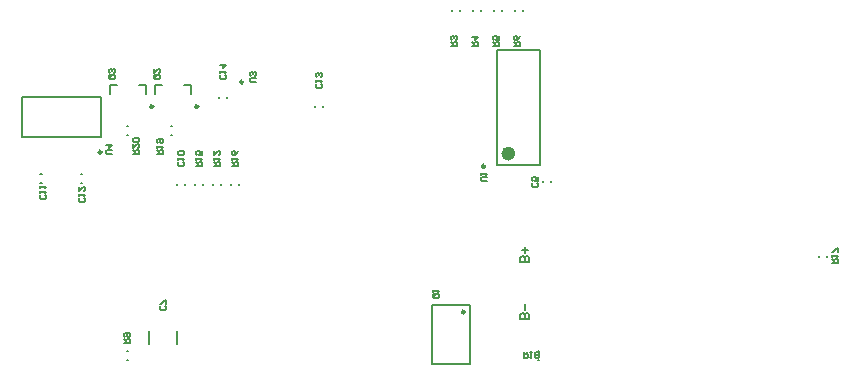
<source format=gbo>
G04 Layer_Color=32896*
%FSLAX25Y25*%
%MOIN*%
G70*
G01*
G75*
%ADD39C,0.00984*%
%ADD40C,0.02362*%
%ADD41C,0.00800*%
%ADD42C,0.00787*%
%ADD45C,0.00600*%
D39*
X322626Y280000D02*
G03*
X322626Y280000I-492J0D01*
G01*
X352650Y288075D02*
G03*
X352650Y288075I-492J0D01*
G01*
X305484Y264772D02*
G03*
X305484Y264772I-492J0D01*
G01*
X337626Y280000D02*
G03*
X337626Y280000I-492J0D01*
G01*
X426492Y211500D02*
G03*
X426492Y211500I-492J0D01*
G01*
X433264Y260016D02*
G03*
X433264Y260016I-492J0D01*
G01*
D40*
X442220Y264248D02*
G03*
X442220Y264248I-1181J0D01*
G01*
D41*
X445001Y209000D02*
X448000D01*
Y210500D01*
X447500Y210999D01*
X447000D01*
X446500Y210500D01*
Y209000D01*
Y210500D01*
X446001Y210999D01*
X445501D01*
X445001Y210500D01*
Y209000D01*
X446500Y211999D02*
Y213998D01*
X445001Y228000D02*
X448000D01*
Y229500D01*
X447500Y229999D01*
X447000D01*
X446500Y229500D01*
Y228000D01*
Y229500D01*
X446001Y229999D01*
X445501D01*
X445001Y229500D01*
Y228000D01*
X446500Y230999D02*
Y232998D01*
X445501Y231999D02*
X447500D01*
D42*
X547378Y229803D02*
Y230197D01*
X544622Y229803D02*
Y230197D01*
X298559Y257378D02*
X298953D01*
X298559Y254622D02*
X298953D01*
X320362Y284280D02*
Y287283D01*
X317803D02*
X320362D01*
X308157Y284280D02*
Y287283D01*
X310717D01*
X285047Y257378D02*
X285441D01*
X285047Y254622D02*
X285441D01*
X313803Y273378D02*
X314197D01*
X313803Y270622D02*
X314197D01*
X344622Y282803D02*
Y283197D01*
X347378Y282803D02*
Y283197D01*
X328559Y273378D02*
X328953D01*
X328559Y270622D02*
X328953D01*
X379378Y279803D02*
Y280197D01*
X376622Y279803D02*
Y280197D01*
X278811Y269693D02*
X305189D01*
X278811Y283079D02*
X305189D01*
Y269693D02*
Y283079D01*
X278811Y269693D02*
Y283079D01*
X335362Y284280D02*
Y287283D01*
X332803D02*
X335362D01*
X323157Y284280D02*
Y287283D01*
X325717D01*
X422222Y311803D02*
Y312197D01*
X424978Y311803D02*
Y312197D01*
X313803Y198378D02*
X314197D01*
X313803Y195622D02*
X314197D01*
X321276Y200835D02*
Y205165D01*
X330724Y200835D02*
Y205165D01*
X455378Y254803D02*
Y255197D01*
X452622Y254803D02*
Y255197D01*
X431878Y311803D02*
Y312197D01*
X429122Y311803D02*
Y312197D01*
X438878Y311803D02*
Y312197D01*
X436122Y311803D02*
Y312197D01*
X445878Y311803D02*
Y312197D01*
X443122Y311803D02*
Y312197D01*
X351378Y253803D02*
Y254197D01*
X348622Y253803D02*
Y254197D01*
X342622Y253803D02*
Y254197D01*
X345378Y253803D02*
Y254197D01*
X339378Y253803D02*
Y254197D01*
X336622Y253803D02*
Y254197D01*
X333378Y253803D02*
Y254197D01*
X330622Y253803D02*
Y254197D01*
X428299Y194157D02*
Y213843D01*
X415701Y194157D02*
Y213843D01*
X428299D01*
X415701Y194157D02*
X428299D01*
X450803Y198378D02*
X451197D01*
X450803Y195622D02*
X451197D01*
X437102Y260311D02*
Y298894D01*
X451669Y260311D02*
Y298894D01*
X437102Y260311D02*
X451669D01*
X437102Y298894D02*
X451669D01*
D45*
X549000Y227756D02*
X550999D01*
Y228756D01*
X550666Y229089D01*
X550000D01*
X549667Y228756D01*
Y227756D01*
Y228422D02*
X549000Y229089D01*
Y229755D02*
Y230422D01*
Y230088D01*
X550999D01*
X550666Y229755D01*
X550999Y231421D02*
Y232754D01*
X550666D01*
X549333Y231421D01*
X549000D01*
X308999Y264000D02*
X307333D01*
X307000Y264333D01*
Y265000D01*
X307333Y265333D01*
X308999D01*
X307000Y266999D02*
X308999D01*
X308000Y265999D01*
Y267332D01*
X356999Y288000D02*
X355333D01*
X355000Y288333D01*
Y289000D01*
X355333Y289333D01*
X356999D01*
X356666Y289999D02*
X356999Y290333D01*
Y290999D01*
X356666Y291332D01*
X356333D01*
X356000Y290999D01*
Y290666D01*
Y290999D01*
X355666Y291332D01*
X355333D01*
X355000Y290999D01*
Y290333D01*
X355333Y289999D01*
X316000Y264000D02*
X317999D01*
Y265000D01*
X317666Y265333D01*
X317000D01*
X316666Y265000D01*
Y264000D01*
Y264666D02*
X316000Y265333D01*
Y267332D02*
Y265999D01*
X317333Y267332D01*
X317666D01*
X317999Y266999D01*
Y266333D01*
X317666Y265999D01*
Y267999D02*
X317999Y268332D01*
Y268998D01*
X317666Y269332D01*
X316333D01*
X316000Y268998D01*
Y268332D01*
X316333Y267999D01*
X317666D01*
X324000Y264000D02*
X325999D01*
Y265000D01*
X325666Y265333D01*
X325000D01*
X324666Y265000D01*
Y264000D01*
Y264666D02*
X324000Y265333D01*
Y265999D02*
Y266666D01*
Y266333D01*
X325999D01*
X325666Y265999D01*
X324333Y267666D02*
X324000Y267999D01*
Y268665D01*
X324333Y268998D01*
X325666D01*
X325999Y268665D01*
Y267999D01*
X325666Y267666D01*
X325333D01*
X325000Y267999D01*
Y268998D01*
X308333Y290333D02*
X309666D01*
X309999Y290000D01*
Y289333D01*
X309666Y289000D01*
X308333D01*
X308000Y289333D01*
Y290000D01*
X308666Y289666D02*
X308000Y290333D01*
Y290000D02*
X308333Y290333D01*
X309666Y290999D02*
X309999Y291333D01*
Y291999D01*
X309666Y292332D01*
X309333D01*
X309000Y291999D01*
Y291666D01*
Y291999D01*
X308666Y292332D01*
X308333D01*
X308000Y291999D01*
Y291333D01*
X308333Y290999D01*
X323333Y290333D02*
X324666D01*
X324999Y290000D01*
Y289333D01*
X324666Y289000D01*
X323333D01*
X323000Y289333D01*
Y290000D01*
X323666Y289666D02*
X323000Y290333D01*
Y290000D02*
X323333Y290333D01*
X323000Y292332D02*
Y290999D01*
X324333Y292332D01*
X324666D01*
X324999Y291999D01*
Y291333D01*
X324666Y290999D01*
X346666Y290333D02*
X346999Y290000D01*
Y289333D01*
X346666Y289000D01*
X345333D01*
X345000Y289333D01*
Y290000D01*
X345333Y290333D01*
X345000Y290999D02*
Y291666D01*
Y291333D01*
X346999D01*
X346666Y290999D01*
X345000Y293665D02*
X346999D01*
X346000Y292666D01*
Y293998D01*
X378666Y287333D02*
X378999Y287000D01*
Y286333D01*
X378666Y286000D01*
X377333D01*
X377000Y286333D01*
Y287000D01*
X377333Y287333D01*
X377000Y287999D02*
Y288666D01*
Y288333D01*
X378999D01*
X378666Y287999D01*
Y289666D02*
X378999Y289999D01*
Y290665D01*
X378666Y290998D01*
X378333D01*
X378000Y290665D01*
Y290332D01*
Y290665D01*
X377666Y290998D01*
X377333D01*
X377000Y290665D01*
Y289999D01*
X377333Y289666D01*
X299666Y249333D02*
X299999Y249000D01*
Y248333D01*
X299666Y248000D01*
X298333D01*
X298000Y248333D01*
Y249000D01*
X298333Y249333D01*
X298000Y249999D02*
Y250666D01*
Y250333D01*
X299999D01*
X299666Y249999D01*
X298000Y252998D02*
Y251665D01*
X299333Y252998D01*
X299666D01*
X299999Y252665D01*
Y251999D01*
X299666Y251665D01*
X286666Y250333D02*
X286999Y250000D01*
Y249333D01*
X286666Y249000D01*
X285333D01*
X285000Y249333D01*
Y250000D01*
X285333Y250333D01*
X285000Y250999D02*
Y251666D01*
Y251333D01*
X286999D01*
X286666Y250999D01*
X285000Y252665D02*
Y253332D01*
Y252999D01*
X286999D01*
X286666Y252665D01*
X313000Y201000D02*
X314999D01*
Y202000D01*
X314666Y202333D01*
X314000D01*
X313666Y202000D01*
Y201000D01*
Y201666D02*
X313000Y202333D01*
X313333Y202999D02*
X313000Y203333D01*
Y203999D01*
X313333Y204332D01*
X314666D01*
X314999Y203999D01*
Y203333D01*
X314666Y202999D01*
X314333D01*
X314000Y203333D01*
Y204332D01*
X326666Y213333D02*
X326999Y213000D01*
Y212333D01*
X326666Y212000D01*
X325333D01*
X325000Y212333D01*
Y213000D01*
X325333Y213333D01*
X326999Y213999D02*
Y215332D01*
X326666D01*
X325333Y213999D01*
X325000D01*
X433999Y255000D02*
X432333D01*
X432000Y255333D01*
Y256000D01*
X432333Y256333D01*
X433999D01*
X432000Y256999D02*
Y257666D01*
Y257333D01*
X433999D01*
X433666Y256999D01*
X443000Y300000D02*
X444999D01*
Y301000D01*
X444666Y301333D01*
X444000D01*
X443666Y301000D01*
Y300000D01*
Y300666D02*
X443000Y301333D01*
X444999Y303332D02*
X444666Y302666D01*
X444000Y301999D01*
X443333D01*
X443000Y302333D01*
Y302999D01*
X443333Y303332D01*
X443666D01*
X444000Y302999D01*
Y301999D01*
X436000Y300000D02*
X437999D01*
Y301000D01*
X437666Y301333D01*
X437000D01*
X436666Y301000D01*
Y300000D01*
Y300666D02*
X436000Y301333D01*
X437999Y303332D02*
Y301999D01*
X437000D01*
X437333Y302666D01*
Y302999D01*
X437000Y303332D01*
X436333D01*
X436000Y302999D01*
Y302333D01*
X436333Y301999D01*
X429000Y300000D02*
X430999D01*
Y301000D01*
X430666Y301333D01*
X430000D01*
X429666Y301000D01*
Y300000D01*
Y300666D02*
X429000Y301333D01*
Y302999D02*
X430999D01*
X430000Y301999D01*
Y303332D01*
X422000Y300000D02*
X423999D01*
Y301000D01*
X423666Y301333D01*
X423000D01*
X422666Y301000D01*
Y300000D01*
Y300666D02*
X422000Y301333D01*
X423666Y301999D02*
X423999Y302333D01*
Y302999D01*
X423666Y303332D01*
X423333D01*
X423000Y302999D01*
Y302666D01*
Y302999D01*
X422666Y303332D01*
X422333D01*
X422000Y302999D01*
Y302333D01*
X422333Y301999D01*
X450666Y254333D02*
X450999Y254000D01*
Y253333D01*
X450666Y253000D01*
X449333D01*
X449000Y253333D01*
Y254000D01*
X449333Y254333D01*
X450999Y256332D02*
Y254999D01*
X450000D01*
X450333Y255666D01*
Y255999D01*
X450000Y256332D01*
X449333D01*
X449000Y255999D01*
Y255333D01*
X449333Y254999D01*
X332666Y261333D02*
X332999Y261000D01*
Y260333D01*
X332666Y260000D01*
X331333D01*
X331000Y260333D01*
Y261000D01*
X331333Y261333D01*
X331000Y261999D02*
Y262666D01*
Y262333D01*
X332999D01*
X332666Y261999D01*
Y263666D02*
X332999Y263999D01*
Y264665D01*
X332666Y264998D01*
X331333D01*
X331000Y264665D01*
Y263999D01*
X331333Y263666D01*
X332666D01*
X343000Y260000D02*
X344999D01*
Y261000D01*
X344666Y261333D01*
X344000D01*
X343666Y261000D01*
Y260000D01*
Y260666D02*
X343000Y261333D01*
Y261999D02*
Y262666D01*
Y262333D01*
X344999D01*
X344666Y261999D01*
X343000Y264998D02*
Y263666D01*
X344333Y264998D01*
X344666D01*
X344999Y264665D01*
Y263999D01*
X344666Y263666D01*
X337000Y260000D02*
X338999D01*
Y261000D01*
X338666Y261333D01*
X338000D01*
X337666Y261000D01*
Y260000D01*
Y260666D02*
X337000Y261333D01*
Y261999D02*
Y262666D01*
Y262333D01*
X338999D01*
X338666Y261999D01*
X338999Y264998D02*
Y263666D01*
X338000D01*
X338333Y264332D01*
Y264665D01*
X338000Y264998D01*
X337333D01*
X337000Y264665D01*
Y263999D01*
X337333Y263666D01*
X349000Y260000D02*
X350999D01*
Y261000D01*
X350666Y261333D01*
X350000D01*
X349666Y261000D01*
Y260000D01*
Y260666D02*
X349000Y261333D01*
Y261999D02*
Y262666D01*
Y262333D01*
X350999D01*
X350666Y261999D01*
X350999Y264998D02*
X350666Y264332D01*
X350000Y263666D01*
X349333D01*
X349000Y263999D01*
Y264665D01*
X349333Y264998D01*
X349666D01*
X350000Y264665D01*
Y263666D01*
X416333Y217333D02*
X417666D01*
X417999Y217000D01*
Y216333D01*
X417666Y216000D01*
X416333D01*
X416000Y216333D01*
Y217000D01*
X416666Y216666D02*
X416000Y217333D01*
Y217000D02*
X416333Y217333D01*
X416000Y217999D02*
Y218666D01*
Y218333D01*
X417999D01*
X417666Y217999D01*
X446244Y198000D02*
Y196001D01*
X447244D01*
X447577Y196334D01*
Y197000D01*
X447244Y197334D01*
X446244D01*
X446910D02*
X447577Y198000D01*
X448243D02*
X448910D01*
X448577D01*
Y196001D01*
X448243Y196334D01*
X449909D02*
X450243Y196001D01*
X450909D01*
X451242Y196334D01*
Y196667D01*
X450909Y197000D01*
X451242Y197334D01*
Y197667D01*
X450909Y198000D01*
X450243D01*
X449909Y197667D01*
Y197334D01*
X450243Y197000D01*
X449909Y196667D01*
Y196334D01*
X450243Y197000D02*
X450909D01*
M02*

</source>
